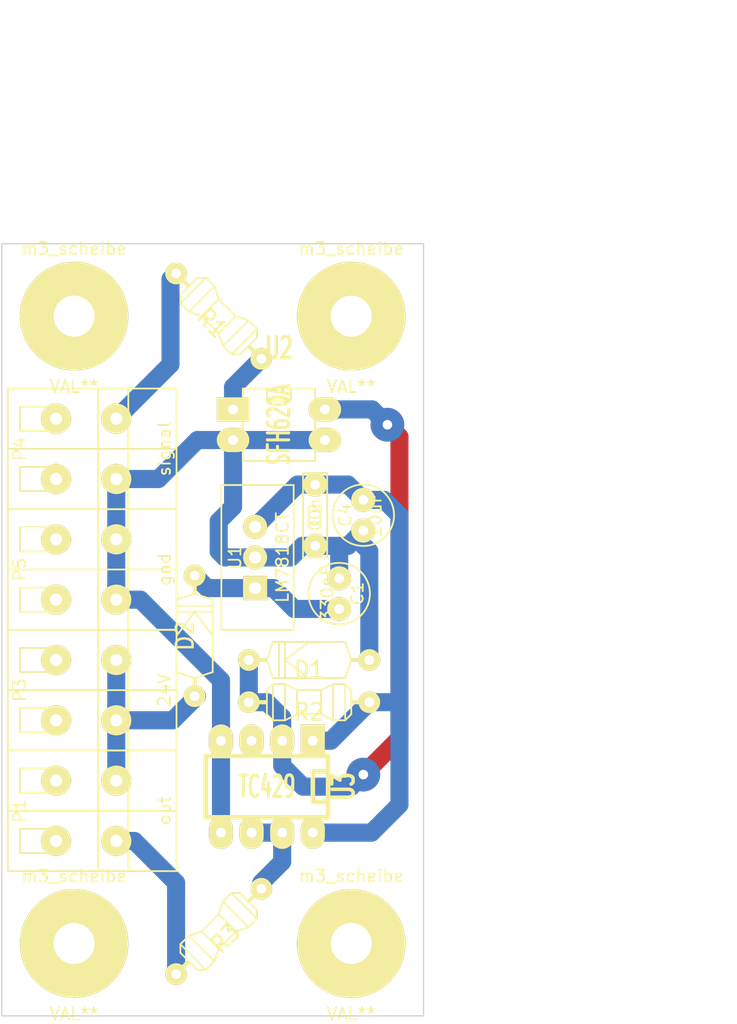
<source format=kicad_pcb>
(kicad_pcb (version 3) (host pcbnew "(2013-may-18)-stable")

  (general
    (links 37)
    (no_connects 8)
    (area 21.869445 15.150001 86.999999 99.917)
    (thickness 1.6)
    (drawings 8)
    (tracks 77)
    (zones 0)
    (modules 19)
    (nets 10)
  )

  (page A3)
  (layers
    (15 F.Cu signal)
    (0 B.Cu signal)
    (16 B.Adhes user)
    (17 F.Adhes user)
    (18 B.Paste user)
    (19 F.Paste user)
    (20 B.SilkS user)
    (21 F.SilkS user)
    (22 B.Mask user)
    (23 F.Mask user)
    (24 Dwgs.User user)
    (25 Cmts.User user)
    (26 Eco1.User user)
    (27 Eco2.User user)
    (28 Edge.Cuts user)
  )

  (setup
    (last_trace_width 1.5)
    (trace_clearance 0.5)
    (zone_clearance 1)
    (zone_45_only no)
    (trace_min 0.254)
    (segment_width 0.2)
    (edge_width 0.1)
    (via_size 2.8)
    (via_drill 0.8)
    (via_min_size 0.889)
    (via_min_drill 0.508)
    (uvia_size 0.508)
    (uvia_drill 0.127)
    (uvias_allowed no)
    (uvia_min_size 0.508)
    (uvia_min_drill 0.127)
    (pcb_text_width 0.3)
    (pcb_text_size 1.5 1.5)
    (mod_edge_width 0.15)
    (mod_text_size 1 1)
    (mod_text_width 0.15)
    (pad_size 2.5 2.5)
    (pad_drill 1)
    (pad_to_mask_clearance 0)
    (aux_axis_origin 0 0)
    (visible_elements FFFFFFBF)
    (pcbplotparams
      (layerselection 268435457)
      (usegerberextensions true)
      (excludeedgelayer true)
      (linewidth 0.150000)
      (plotframeref false)
      (viasonmask false)
      (mode 1)
      (useauxorigin false)
      (hpglpennumber 1)
      (hpglpenspeed 20)
      (hpglpendiameter 15)
      (hpglpenoverlay 2)
      (psnegative false)
      (psa4output false)
      (plotreference true)
      (plotvalue true)
      (plotothertext true)
      (plotinvisibletext false)
      (padsonsilk false)
      (subtractmaskfromsilk false)
      (outputformat 1)
      (mirror false)
      (drillshape 0)
      (scaleselection 1)
      (outputdirectory ""))
  )

  (net 0 "")
  (net 1 +24V)
  (net 2 GND)
  (net 3 N-000001)
  (net 4 N-0000010)
  (net 5 N-000003)
  (net 6 N-000005)
  (net 7 N-000006)
  (net 8 N-000008)
  (net 9 VDD)

  (net_class Default "This is the default net class."
    (clearance 0.5)
    (trace_width 1.5)
    (via_dia 2.8)
    (via_drill 0.8)
    (uvia_dia 0.508)
    (uvia_drill 0.127)
    (add_net "")
    (add_net +24V)
    (add_net GND)
    (add_net N-000001)
    (add_net N-0000010)
    (add_net N-000003)
    (add_net N-000005)
    (add_net N-000006)
    (add_net N-000008)
    (add_net VDD)
  )

  (module R10_big (layer F.Cu) (tedit 54E23B9A) (tstamp 5560905C)
    (at 25.5 38 180)
    (tags R)
    (path /55301227)
    (autoplace_cost180 10)
    (fp_text reference R2 (at 0 -0.8 180) (layer F.SilkS)
      (effects (font (size 1.397 1.27) (thickness 0.2032)))
    )
    (fp_text value 4k7 (at 0 0.8 180) (layer F.SilkS) hide
      (effects (font (size 1.397 1.27) (thickness 0.2032)))
    )
    (fp_line (start -3.5 0) (end -5 0) (layer F.SilkS) (width 0.15))
    (fp_line (start -3.5 -0.1) (end -5 -0.1) (layer F.SilkS) (width 0.15))
    (fp_line (start -5 -0.1) (end -5 0.1) (layer F.SilkS) (width 0.15))
    (fp_line (start -5 0.1) (end -3.5 0.1) (layer F.SilkS) (width 0.15))
    (fp_line (start 3.5 0) (end 5 0) (layer F.SilkS) (width 0.15))
    (fp_line (start 3.5 -0.1) (end 5 -0.1) (layer F.SilkS) (width 0.15))
    (fp_line (start 5 -0.1) (end 5 0.1) (layer F.SilkS) (width 0.15))
    (fp_line (start 5 0.1) (end 3.5 0.1) (layer F.SilkS) (width 0.15))
    (fp_line (start -1 -1) (end -1 1) (layer F.SilkS) (width 0.15))
    (fp_line (start -2 -1.5) (end -2 1.5) (layer F.SilkS) (width 0.15))
    (fp_line (start 1 -1) (end 1 1) (layer F.SilkS) (width 0.15))
    (fp_line (start 2 -1.5) (end 2 1.5) (layer F.SilkS) (width 0.15))
    (fp_line (start 3 1.5) (end 2 1.5) (layer F.SilkS) (width 0.15))
    (fp_line (start 2 1.5) (end 1 1) (layer F.SilkS) (width 0.15))
    (fp_line (start 1 1) (end -1 1) (layer F.SilkS) (width 0.15))
    (fp_line (start -1 1) (end -2 1.5) (layer F.SilkS) (width 0.15))
    (fp_line (start -2 1.5) (end -3 1.5) (layer F.SilkS) (width 0.15))
    (fp_line (start -3 -1.5) (end -2 -1.5) (layer F.SilkS) (width 0.15))
    (fp_line (start -2 -1.5) (end -1 -1) (layer F.SilkS) (width 0.15))
    (fp_line (start -1 -1) (end 1 -1) (layer F.SilkS) (width 0.15))
    (fp_line (start 1 -1) (end 2 -1.5) (layer F.SilkS) (width 0.15))
    (fp_line (start 2 -1.5) (end 3 -1.5) (layer F.SilkS) (width 0.15))
    (fp_line (start 3 1.5) (end 3.5 1) (layer F.SilkS) (width 0.15))
    (fp_line (start 3.5 1) (end 3.5 -1) (layer F.SilkS) (width 0.15))
    (fp_line (start 3.5 -1) (end 3 -1.5) (layer F.SilkS) (width 0.15))
    (fp_line (start 3 -1.5) (end 3 1.5) (layer F.SilkS) (width 0.15))
    (fp_line (start -3 1.5) (end -3 -1.5) (layer F.SilkS) (width 0.15))
    (fp_line (start -3 -1.5) (end -3.5 -1) (layer F.SilkS) (width 0.15))
    (fp_line (start -3.5 -1) (end -3.5 1) (layer F.SilkS) (width 0.15))
    (fp_line (start -3.5 1) (end -3 1.5) (layer F.SilkS) (width 0.15))
    (pad 1 thru_hole circle (at -5 0 180) (size 1.8 1.8) (drill 0.8)
      (layers *.Cu *.Mask F.SilkS)
      (net 9 VDD)
    )
    (pad 2 thru_hole circle (at 5 0 180) (size 1.8 1.8) (drill 0.8)
      (layers *.Cu *.Mask F.SilkS)
      (net 8 N-000008)
    )
    (model discret/resistor.wrl
      (at (xyz 0 0 0))
      (scale (xyz 0.5 0.5 0.5))
      (rotate (xyz 0 0 0))
    )
  )

  (module R10_big (layer F.Cu) (tedit 54E23B9A) (tstamp 55609080)
    (at 18 6 135)
    (tags R)
    (path /5530139B)
    (autoplace_cost180 10)
    (fp_text reference R1 (at 0 -0.8 135) (layer F.SilkS)
      (effects (font (size 1.397 1.27) (thickness 0.2032)))
    )
    (fp_text value R (at 0 0.8 135) (layer F.SilkS) hide
      (effects (font (size 1.397 1.27) (thickness 0.2032)))
    )
    (fp_line (start -3.5 0) (end -5 0) (layer F.SilkS) (width 0.15))
    (fp_line (start -3.5 -0.1) (end -5 -0.1) (layer F.SilkS) (width 0.15))
    (fp_line (start -5 -0.1) (end -5 0.1) (layer F.SilkS) (width 0.15))
    (fp_line (start -5 0.1) (end -3.5 0.1) (layer F.SilkS) (width 0.15))
    (fp_line (start 3.5 0) (end 5 0) (layer F.SilkS) (width 0.15))
    (fp_line (start 3.5 -0.1) (end 5 -0.1) (layer F.SilkS) (width 0.15))
    (fp_line (start 5 -0.1) (end 5 0.1) (layer F.SilkS) (width 0.15))
    (fp_line (start 5 0.1) (end 3.5 0.1) (layer F.SilkS) (width 0.15))
    (fp_line (start -1 -1) (end -1 1) (layer F.SilkS) (width 0.15))
    (fp_line (start -2 -1.5) (end -2 1.5) (layer F.SilkS) (width 0.15))
    (fp_line (start 1 -1) (end 1 1) (layer F.SilkS) (width 0.15))
    (fp_line (start 2 -1.5) (end 2 1.5) (layer F.SilkS) (width 0.15))
    (fp_line (start 3 1.5) (end 2 1.5) (layer F.SilkS) (width 0.15))
    (fp_line (start 2 1.5) (end 1 1) (layer F.SilkS) (width 0.15))
    (fp_line (start 1 1) (end -1 1) (layer F.SilkS) (width 0.15))
    (fp_line (start -1 1) (end -2 1.5) (layer F.SilkS) (width 0.15))
    (fp_line (start -2 1.5) (end -3 1.5) (layer F.SilkS) (width 0.15))
    (fp_line (start -3 -1.5) (end -2 -1.5) (layer F.SilkS) (width 0.15))
    (fp_line (start -2 -1.5) (end -1 -1) (layer F.SilkS) (width 0.15))
    (fp_line (start -1 -1) (end 1 -1) (layer F.SilkS) (width 0.15))
    (fp_line (start 1 -1) (end 2 -1.5) (layer F.SilkS) (width 0.15))
    (fp_line (start 2 -1.5) (end 3 -1.5) (layer F.SilkS) (width 0.15))
    (fp_line (start 3 1.5) (end 3.5 1) (layer F.SilkS) (width 0.15))
    (fp_line (start 3.5 1) (end 3.5 -1) (layer F.SilkS) (width 0.15))
    (fp_line (start 3.5 -1) (end 3 -1.5) (layer F.SilkS) (width 0.15))
    (fp_line (start 3 -1.5) (end 3 1.5) (layer F.SilkS) (width 0.15))
    (fp_line (start -3 1.5) (end -3 -1.5) (layer F.SilkS) (width 0.15))
    (fp_line (start -3 -1.5) (end -3.5 -1) (layer F.SilkS) (width 0.15))
    (fp_line (start -3.5 -1) (end -3.5 1) (layer F.SilkS) (width 0.15))
    (fp_line (start -3.5 1) (end -3 1.5) (layer F.SilkS) (width 0.15))
    (pad 1 thru_hole circle (at -5 0 135) (size 1.8 1.8) (drill 0.8)
      (layers *.Cu *.Mask F.SilkS)
      (net 4 N-0000010)
    )
    (pad 2 thru_hole circle (at 5 0 135) (size 1.8 1.8) (drill 0.8)
      (layers *.Cu *.Mask F.SilkS)
      (net 3 N-000001)
    )
    (model discret/resistor.wrl
      (at (xyz 0 0 0))
      (scale (xyz 0.5 0.5 0.5))
      (rotate (xyz 0 0 0))
    )
  )

  (module R10_big (layer F.Cu) (tedit 54E23B9A) (tstamp 556090A4)
    (at 18 57 225)
    (tags R)
    (path /5530BEDA)
    (autoplace_cost180 10)
    (fp_text reference R3 (at 0 -0.8 225) (layer F.SilkS)
      (effects (font (size 1.397 1.27) (thickness 0.2032)))
    )
    (fp_text value 0 (at 0 0.8 225) (layer F.SilkS) hide
      (effects (font (size 1.397 1.27) (thickness 0.2032)))
    )
    (fp_line (start -3.5 0) (end -5 0) (layer F.SilkS) (width 0.15))
    (fp_line (start -3.5 -0.1) (end -5 -0.1) (layer F.SilkS) (width 0.15))
    (fp_line (start -5 -0.1) (end -5 0.1) (layer F.SilkS) (width 0.15))
    (fp_line (start -5 0.1) (end -3.5 0.1) (layer F.SilkS) (width 0.15))
    (fp_line (start 3.5 0) (end 5 0) (layer F.SilkS) (width 0.15))
    (fp_line (start 3.5 -0.1) (end 5 -0.1) (layer F.SilkS) (width 0.15))
    (fp_line (start 5 -0.1) (end 5 0.1) (layer F.SilkS) (width 0.15))
    (fp_line (start 5 0.1) (end 3.5 0.1) (layer F.SilkS) (width 0.15))
    (fp_line (start -1 -1) (end -1 1) (layer F.SilkS) (width 0.15))
    (fp_line (start -2 -1.5) (end -2 1.5) (layer F.SilkS) (width 0.15))
    (fp_line (start 1 -1) (end 1 1) (layer F.SilkS) (width 0.15))
    (fp_line (start 2 -1.5) (end 2 1.5) (layer F.SilkS) (width 0.15))
    (fp_line (start 3 1.5) (end 2 1.5) (layer F.SilkS) (width 0.15))
    (fp_line (start 2 1.5) (end 1 1) (layer F.SilkS) (width 0.15))
    (fp_line (start 1 1) (end -1 1) (layer F.SilkS) (width 0.15))
    (fp_line (start -1 1) (end -2 1.5) (layer F.SilkS) (width 0.15))
    (fp_line (start -2 1.5) (end -3 1.5) (layer F.SilkS) (width 0.15))
    (fp_line (start -3 -1.5) (end -2 -1.5) (layer F.SilkS) (width 0.15))
    (fp_line (start -2 -1.5) (end -1 -1) (layer F.SilkS) (width 0.15))
    (fp_line (start -1 -1) (end 1 -1) (layer F.SilkS) (width 0.15))
    (fp_line (start 1 -1) (end 2 -1.5) (layer F.SilkS) (width 0.15))
    (fp_line (start 2 -1.5) (end 3 -1.5) (layer F.SilkS) (width 0.15))
    (fp_line (start 3 1.5) (end 3.5 1) (layer F.SilkS) (width 0.15))
    (fp_line (start 3.5 1) (end 3.5 -1) (layer F.SilkS) (width 0.15))
    (fp_line (start 3.5 -1) (end 3 -1.5) (layer F.SilkS) (width 0.15))
    (fp_line (start 3 -1.5) (end 3 1.5) (layer F.SilkS) (width 0.15))
    (fp_line (start -3 1.5) (end -3 -1.5) (layer F.SilkS) (width 0.15))
    (fp_line (start -3 -1.5) (end -3.5 -1) (layer F.SilkS) (width 0.15))
    (fp_line (start -3.5 -1) (end -3.5 1) (layer F.SilkS) (width 0.15))
    (fp_line (start -3.5 1) (end -3 1.5) (layer F.SilkS) (width 0.15))
    (pad 1 thru_hole circle (at -5 0 225) (size 1.8 1.8) (drill 0.8)
      (layers *.Cu *.Mask F.SilkS)
      (net 6 N-000005)
    )
    (pad 2 thru_hole circle (at 5 0 225) (size 1.8 1.8) (drill 0.8)
      (layers *.Cu *.Mask F.SilkS)
      (net 5 N-000003)
    )
    (model discret/resistor.wrl
      (at (xyz 0 0 0))
      (scale (xyz 0.5 0.5 0.5))
      (rotate (xyz 0 0 0))
    )
  )

  (module DIP-8__300_big (layer F.Cu) (tedit 554C700F) (tstamp 556090C7)
    (at 22 45 180)
    (descr "8 pins DIL package, elliptical pads")
    (tags DIL)
    (path /55301172)
    (fp_text reference U3 (at -6.35 0 270) (layer F.SilkS)
      (effects (font (size 1.778 1.143) (thickness 0.3048)))
    )
    (fp_text value TC429 (at 0 0 180) (layer F.SilkS)
      (effects (font (size 1.778 1.016) (thickness 0.254)))
    )
    (fp_line (start -5.08 -1.27) (end -3.81 -1.27) (layer F.SilkS) (width 0.381))
    (fp_line (start -3.81 -1.27) (end -3.81 1.27) (layer F.SilkS) (width 0.381))
    (fp_line (start -3.81 1.27) (end -5.08 1.27) (layer F.SilkS) (width 0.381))
    (fp_line (start -5.08 -2.54) (end 5.08 -2.54) (layer F.SilkS) (width 0.381))
    (fp_line (start 5.08 -2.54) (end 5.08 2.54) (layer F.SilkS) (width 0.381))
    (fp_line (start 5.08 2.54) (end -5.08 2.54) (layer F.SilkS) (width 0.381))
    (fp_line (start -5.08 2.54) (end -5.08 -2.54) (layer F.SilkS) (width 0.381))
    (pad 1 thru_hole rect (at -3.81 3.81 180) (size 2 2.7) (drill 0.8128)
      (layers *.Cu *.Mask F.SilkS)
      (net 9 VDD)
    )
    (pad 2 thru_hole oval (at -1.27 3.81 180) (size 2 2.7) (drill 0.8128)
      (layers *.Cu *.Mask F.SilkS)
      (net 8 N-000008)
    )
    (pad 3 thru_hole oval (at 1.27 3.81 180) (size 2 2.7) (drill 0.8128)
      (layers *.Cu *.Mask F.SilkS)
    )
    (pad 4 thru_hole oval (at 3.81 3.81 180) (size 2 2.7) (drill 0.8128)
      (layers *.Cu *.Mask F.SilkS)
      (net 2 GND)
    )
    (pad 5 thru_hole oval (at 3.81 -3.81 180) (size 2 2.7) (drill 0.8128)
      (layers *.Cu *.Mask F.SilkS)
      (net 2 GND)
    )
    (pad 6 thru_hole oval (at 1.27 -3.81 180) (size 2 2.7) (drill 0.8128)
      (layers *.Cu *.Mask F.SilkS)
      (net 6 N-000005)
    )
    (pad 7 thru_hole oval (at -1.27 -3.81 180) (size 2 2.7) (drill 0.8128)
      (layers *.Cu *.Mask F.SilkS)
      (net 6 N-000005)
    )
    (pad 8 thru_hole oval (at -3.81 -3.81 180) (size 2 2.7) (drill 0.8128)
      (layers *.Cu *.Mask F.SilkS)
      (net 9 VDD)
    )
    (model dil/dil_8.wrl
      (at (xyz 0 0 0))
      (scale (xyz 1 1 1))
      (rotate (xyz 0 0 0))
    )
  )

  (module DIP-4__300_big (layer F.Cu) (tedit 554C70E2) (tstamp 556090D6)
    (at 23 15 270)
    (descr "8 pins DIL package, elliptical pads")
    (tags DIL)
    (path /55301181)
    (fp_text reference U2 (at -6.35 0 360) (layer F.SilkS)
      (effects (font (size 1.778 1.143) (thickness 0.3048)))
    )
    (fp_text value SFH620A (at 0 0 270) (layer F.SilkS)
      (effects (font (size 1.778 1.016) (thickness 0.254)))
    )
    (fp_line (start -3 -1) (end -2 -1) (layer F.SilkS) (width 0.15))
    (fp_line (start -2 -1) (end -2 1) (layer F.SilkS) (width 0.15))
    (fp_line (start -2 1) (end -3 1) (layer F.SilkS) (width 0.15))
    (fp_line (start 3 -3) (end -3 -3) (layer F.SilkS) (width 0.15))
    (fp_line (start -3 -3) (end -3 3) (layer F.SilkS) (width 0.15))
    (fp_line (start -3 3) (end 3 3) (layer F.SilkS) (width 0.15))
    (fp_line (start 3 3) (end 3 -3) (layer F.SilkS) (width 0.15))
    (pad 1 thru_hole rect (at -1.27 3.81 270) (size 2 2.7) (drill 0.8128)
      (layers *.Cu *.Mask F.SilkS)
      (net 4 N-0000010)
    )
    (pad 2 thru_hole oval (at 1.27 3.81 270) (size 2 2.7) (drill 0.8128)
      (layers *.Cu *.Mask F.SilkS)
      (net 2 GND)
    )
    (pad 3 thru_hole oval (at 1.27 -3.81 270) (size 2 2.7) (drill 0.8128)
      (layers *.Cu *.Mask F.SilkS)
      (net 2 GND)
    )
    (pad 4 thru_hole oval (at -1.27 -3.81 270) (size 2 2.7) (drill 0.8128)
      (layers *.Cu *.Mask F.SilkS)
      (net 8 N-000008)
    )
    (model dil/dil_8.wrl
      (at (xyz 0 0 0))
      (scale (xyz 1 1 1))
      (rotate (xyz 0 0 0))
    )
  )

  (module C_rund (layer F.Cu) (tedit 55545E64) (tstamp 556090DD)
    (at 30 22.5 270)
    (path /5530155F)
    (fp_text reference C4 (at 0 1.5 270) (layer F.SilkS)
      (effects (font (size 1 1) (thickness 0.15)))
    )
    (fp_text value 10uF (at 0 -1 270) (layer F.SilkS)
      (effects (font (size 1 1) (thickness 0.15)))
    )
    (fp_circle (center 0 0) (end 2.5 0.5) (layer F.SilkS) (width 0.15))
    (pad 1 thru_hole circle (at -1.27 0 270) (size 2 2) (drill 0.8)
      (layers *.Cu *.Mask F.SilkS)
      (net 9 VDD)
    )
    (pad 2 thru_hole circle (at 1.27 0 270) (size 2 2) (drill 0.8)
      (layers *.Cu *.Mask F.SilkS)
      (net 2 GND)
    )
  )

  (module C_rund (layer F.Cu) (tedit 55545E64) (tstamp 556090E4)
    (at 28 29 90)
    (path /554C6DB1)
    (fp_text reference C1 (at 0 1.5 90) (layer F.SilkS)
      (effects (font (size 1 1) (thickness 0.15)))
    )
    (fp_text value 330nF (at 0 -1 90) (layer F.SilkS)
      (effects (font (size 1 1) (thickness 0.15)))
    )
    (fp_circle (center 0 0) (end 2.5 0.5) (layer F.SilkS) (width 0.15))
    (pad 1 thru_hole circle (at -1.27 0 90) (size 2 2) (drill 0.8)
      (layers *.Cu *.Mask F.SilkS)
      (net 7 N-000006)
    )
    (pad 2 thru_hole circle (at 1.27 0 90) (size 2 2) (drill 0.8)
      (layers *.Cu *.Mask F.SilkS)
      (net 2 GND)
    )
  )

  (module C_eckig (layer F.Cu) (tedit 55545EF4) (tstamp 556090F8)
    (at 26 22.5 270)
    (path /554C6DB7)
    (fp_text reference C2 (at 0 0 270) (layer F.SilkS)
      (effects (font (size 1 1) (thickness 0.15)))
    )
    (fp_text value 100nF (at 0 0 270) (layer F.SilkS)
      (effects (font (size 1 1) (thickness 0.15)))
    )
    (fp_line (start -3.5 -1) (end 3.5 -1) (layer F.SilkS) (width 0.15))
    (fp_line (start 3.5 -1) (end 3.5 1) (layer F.SilkS) (width 0.15))
    (fp_line (start 3.5 1) (end -3.5 1) (layer F.SilkS) (width 0.15))
    (fp_line (start -3.5 1) (end -3.5 -1) (layer F.SilkS) (width 0.15))
    (pad 1 thru_hole circle (at -2.54 0 270) (size 2 2) (drill 0.8)
      (layers *.Cu *.Mask F.SilkS)
      (net 9 VDD)
    )
    (pad 2 thru_hole circle (at 2.54 0 270) (size 2 2) (drill 0.8)
      (layers *.Cu *.Mask F.SilkS)
      (net 2 GND)
    )
  )

  (module m3_scheibe (layer F.Cu) (tedit 535C09A9) (tstamp 55614D48)
    (at 29 6)
    (fp_text reference m3_scheibe (at 0 -5.588) (layer F.SilkS)
      (effects (font (size 1 1) (thickness 0.15)))
    )
    (fp_text value VAL** (at 0 5.842) (layer F.SilkS)
      (effects (font (size 1 1) (thickness 0.15)))
    )
    (pad 1 thru_hole circle (at 0 0) (size 9 9) (drill 3.4)
      (layers *.Cu *.Mask F.SilkS)
      (clearance 1)
    )
  )

  (module m3_scheibe (layer F.Cu) (tedit 535C09A9) (tstamp 55614D51)
    (at 6 58)
    (fp_text reference m3_scheibe (at 0 -5.588) (layer F.SilkS)
      (effects (font (size 1 1) (thickness 0.15)))
    )
    (fp_text value VAL** (at 0 5.842) (layer F.SilkS)
      (effects (font (size 1 1) (thickness 0.15)))
    )
    (pad 1 thru_hole circle (at 0 0) (size 9 9) (drill 3.4)
      (layers *.Cu *.Mask F.SilkS)
      (clearance 1)
    )
  )

  (module m3_scheibe (layer F.Cu) (tedit 535C09A9) (tstamp 55614D5A)
    (at 29 58)
    (fp_text reference m3_scheibe (at 0 -5.588) (layer F.SilkS)
      (effects (font (size 1 1) (thickness 0.15)))
    )
    (fp_text value VAL** (at 0 5.842) (layer F.SilkS)
      (effects (font (size 1 1) (thickness 0.15)))
    )
    (pad 1 thru_hole circle (at 0 0) (size 9 9) (drill 3.4)
      (layers *.Cu *.Mask F.SilkS)
      (clearance 1)
    )
  )

  (module m3_scheibe (layer F.Cu) (tedit 535C09A9) (tstamp 55614D63)
    (at 6 6)
    (fp_text reference m3_scheibe (at 0 -5.588) (layer F.SilkS)
      (effects (font (size 1 1) (thickness 0.15)))
    )
    (fp_text value VAL** (at 0 5.842) (layer F.SilkS)
      (effects (font (size 1 1) (thickness 0.15)))
    )
    (pad 1 thru_hole circle (at 0 0) (size 9 9) (drill 3.4)
      (layers *.Cu *.Mask F.SilkS)
      (clearance 1)
    )
  )

  (module wago_klemme_2pol (layer F.Cu) (tedit 55608E12) (tstamp 55614DF5)
    (at 7 37 270)
    (path /55544DE8)
    (fp_text reference P3 (at 0 5.5 270) (layer F.SilkS)
      (effects (font (size 1 1) (thickness 0.15)))
    )
    (fp_text value 24V (at 0 -6.5 270) (layer F.SilkS)
      (effects (font (size 1 1) (thickness 0.15)))
    )
    (fp_line (start 5 -3.5) (end -5 -3.5) (layer F.SilkS) (width 0.15))
    (fp_line (start -5 -1) (end 5 -1) (layer F.SilkS) (width 0.15))
    (fp_line (start 1.5 5.5) (end 1.5 3) (layer F.SilkS) (width 0.15))
    (fp_line (start 1.5 3) (end 3.5 3) (layer F.SilkS) (width 0.15))
    (fp_line (start 3.5 3) (end 3.5 5.5) (layer F.SilkS) (width 0.15))
    (fp_line (start 3.5 5.5) (end 1.5 5.5) (layer F.SilkS) (width 0.15))
    (fp_line (start -3.5 5.5) (end -1.5 5.5) (layer F.SilkS) (width 0.15))
    (fp_line (start -1.5 5.5) (end -1.5 3) (layer F.SilkS) (width 0.15))
    (fp_line (start -1.5 3) (end -3.5 3) (layer F.SilkS) (width 0.15))
    (fp_line (start -3.5 3) (end -3.5 5.5) (layer F.SilkS) (width 0.15))
    (fp_line (start 0 6.5) (end 0 -7.5) (layer F.SilkS) (width 0.15))
    (fp_line (start 5 6.5) (end -5 6.5) (layer F.SilkS) (width 0.15))
    (fp_line (start -5 6.5) (end -5 -7.5) (layer F.SilkS) (width 0.15))
    (fp_line (start -5 -7.5) (end 5 -7.5) (layer F.SilkS) (width 0.15))
    (fp_line (start 5 -7.5) (end 5 6.5) (layer F.SilkS) (width 0.15))
    (pad 1 thru_hole circle (at -2.5 -2.5 270) (size 2.5 2.5) (drill 1)
      (layers *.Cu *.Mask F.SilkS)
      (net 1 +24V)
    )
    (pad 2 thru_hole circle (at 2.5 -2.5 270) (size 2.5 2.5) (drill 1)
      (layers *.Cu *.Mask F.SilkS)
      (net 1 +24V)
    )
    (pad 2 thru_hole circle (at 2.5 2.5 270) (size 2.5 2.5) (drill 1)
      (layers *.Cu *.Mask F.SilkS)
      (net 1 +24V)
    )
    (pad 1 thru_hole circle (at -2.5 2.5 270) (size 2.5 2.5) (drill 1)
      (layers *.Cu *.Mask F.SilkS)
      (net 1 +24V)
    )
  )

  (module wago_klemme_2pol (layer F.Cu) (tedit 55608E12) (tstamp 55614E0C)
    (at 7 17 270)
    (path /55544E99)
    (fp_text reference P4 (at 0 5.5 270) (layer F.SilkS)
      (effects (font (size 1 1) (thickness 0.15)))
    )
    (fp_text value signal (at 0 -6.5 270) (layer F.SilkS)
      (effects (font (size 1 1) (thickness 0.15)))
    )
    (fp_line (start 5 -3.5) (end -5 -3.5) (layer F.SilkS) (width 0.15))
    (fp_line (start -5 -1) (end 5 -1) (layer F.SilkS) (width 0.15))
    (fp_line (start 1.5 5.5) (end 1.5 3) (layer F.SilkS) (width 0.15))
    (fp_line (start 1.5 3) (end 3.5 3) (layer F.SilkS) (width 0.15))
    (fp_line (start 3.5 3) (end 3.5 5.5) (layer F.SilkS) (width 0.15))
    (fp_line (start 3.5 5.5) (end 1.5 5.5) (layer F.SilkS) (width 0.15))
    (fp_line (start -3.5 5.5) (end -1.5 5.5) (layer F.SilkS) (width 0.15))
    (fp_line (start -1.5 5.5) (end -1.5 3) (layer F.SilkS) (width 0.15))
    (fp_line (start -1.5 3) (end -3.5 3) (layer F.SilkS) (width 0.15))
    (fp_line (start -3.5 3) (end -3.5 5.5) (layer F.SilkS) (width 0.15))
    (fp_line (start 0 6.5) (end 0 -7.5) (layer F.SilkS) (width 0.15))
    (fp_line (start 5 6.5) (end -5 6.5) (layer F.SilkS) (width 0.15))
    (fp_line (start -5 6.5) (end -5 -7.5) (layer F.SilkS) (width 0.15))
    (fp_line (start -5 -7.5) (end 5 -7.5) (layer F.SilkS) (width 0.15))
    (fp_line (start 5 -7.5) (end 5 6.5) (layer F.SilkS) (width 0.15))
    (pad 1 thru_hole circle (at -2.5 -2.5 270) (size 2.5 2.5) (drill 1)
      (layers *.Cu *.Mask F.SilkS)
      (net 3 N-000001)
    )
    (pad 2 thru_hole circle (at 2.5 -2.5 270) (size 2.5 2.5) (drill 1)
      (layers *.Cu *.Mask F.SilkS)
      (net 2 GND)
    )
    (pad 2 thru_hole circle (at 2.5 2.5 270) (size 2.5 2.5) (drill 1)
      (layers *.Cu *.Mask F.SilkS)
      (net 2 GND)
    )
    (pad 1 thru_hole circle (at -2.5 2.5 270) (size 2.5 2.5) (drill 1)
      (layers *.Cu *.Mask F.SilkS)
      (net 3 N-000001)
    )
  )

  (module wago_klemme_2pol (layer F.Cu) (tedit 55608E12) (tstamp 55614E23)
    (at 7 27 270)
    (path /55545B24)
    (fp_text reference P5 (at 0 5.5 270) (layer F.SilkS)
      (effects (font (size 1 1) (thickness 0.15)))
    )
    (fp_text value gnd (at 0 -6.5 270) (layer F.SilkS)
      (effects (font (size 1 1) (thickness 0.15)))
    )
    (fp_line (start 5 -3.5) (end -5 -3.5) (layer F.SilkS) (width 0.15))
    (fp_line (start -5 -1) (end 5 -1) (layer F.SilkS) (width 0.15))
    (fp_line (start 1.5 5.5) (end 1.5 3) (layer F.SilkS) (width 0.15))
    (fp_line (start 1.5 3) (end 3.5 3) (layer F.SilkS) (width 0.15))
    (fp_line (start 3.5 3) (end 3.5 5.5) (layer F.SilkS) (width 0.15))
    (fp_line (start 3.5 5.5) (end 1.5 5.5) (layer F.SilkS) (width 0.15))
    (fp_line (start -3.5 5.5) (end -1.5 5.5) (layer F.SilkS) (width 0.15))
    (fp_line (start -1.5 5.5) (end -1.5 3) (layer F.SilkS) (width 0.15))
    (fp_line (start -1.5 3) (end -3.5 3) (layer F.SilkS) (width 0.15))
    (fp_line (start -3.5 3) (end -3.5 5.5) (layer F.SilkS) (width 0.15))
    (fp_line (start 0 6.5) (end 0 -7.5) (layer F.SilkS) (width 0.15))
    (fp_line (start 5 6.5) (end -5 6.5) (layer F.SilkS) (width 0.15))
    (fp_line (start -5 6.5) (end -5 -7.5) (layer F.SilkS) (width 0.15))
    (fp_line (start -5 -7.5) (end 5 -7.5) (layer F.SilkS) (width 0.15))
    (fp_line (start 5 -7.5) (end 5 6.5) (layer F.SilkS) (width 0.15))
    (pad 1 thru_hole circle (at -2.5 -2.5 270) (size 2.5 2.5) (drill 1)
      (layers *.Cu *.Mask F.SilkS)
      (net 2 GND)
    )
    (pad 2 thru_hole circle (at 2.5 -2.5 270) (size 2.5 2.5) (drill 1)
      (layers *.Cu *.Mask F.SilkS)
      (net 2 GND)
    )
    (pad 2 thru_hole circle (at 2.5 2.5 270) (size 2.5 2.5) (drill 1)
      (layers *.Cu *.Mask F.SilkS)
      (net 2 GND)
    )
    (pad 1 thru_hole circle (at -2.5 2.5 270) (size 2.5 2.5) (drill 1)
      (layers *.Cu *.Mask F.SilkS)
      (net 2 GND)
    )
  )

  (module wago_klemme_2pol (layer F.Cu) (tedit 55608E12) (tstamp 55614E3A)
    (at 7 47 270)
    (path /556086FF)
    (fp_text reference P1 (at 0 5.5 270) (layer F.SilkS)
      (effects (font (size 1 1) (thickness 0.15)))
    )
    (fp_text value out (at 0 -6.5 270) (layer F.SilkS)
      (effects (font (size 1 1) (thickness 0.15)))
    )
    (fp_line (start 5 -3.5) (end -5 -3.5) (layer F.SilkS) (width 0.15))
    (fp_line (start -5 -1) (end 5 -1) (layer F.SilkS) (width 0.15))
    (fp_line (start 1.5 5.5) (end 1.5 3) (layer F.SilkS) (width 0.15))
    (fp_line (start 1.5 3) (end 3.5 3) (layer F.SilkS) (width 0.15))
    (fp_line (start 3.5 3) (end 3.5 5.5) (layer F.SilkS) (width 0.15))
    (fp_line (start 3.5 5.5) (end 1.5 5.5) (layer F.SilkS) (width 0.15))
    (fp_line (start -3.5 5.5) (end -1.5 5.5) (layer F.SilkS) (width 0.15))
    (fp_line (start -1.5 5.5) (end -1.5 3) (layer F.SilkS) (width 0.15))
    (fp_line (start -1.5 3) (end -3.5 3) (layer F.SilkS) (width 0.15))
    (fp_line (start -3.5 3) (end -3.5 5.5) (layer F.SilkS) (width 0.15))
    (fp_line (start 0 6.5) (end 0 -7.5) (layer F.SilkS) (width 0.15))
    (fp_line (start 5 6.5) (end -5 6.5) (layer F.SilkS) (width 0.15))
    (fp_line (start -5 6.5) (end -5 -7.5) (layer F.SilkS) (width 0.15))
    (fp_line (start -5 -7.5) (end 5 -7.5) (layer F.SilkS) (width 0.15))
    (fp_line (start 5 -7.5) (end 5 6.5) (layer F.SilkS) (width 0.15))
    (pad 1 thru_hole circle (at -2.5 -2.5 270) (size 2.5 2.5) (drill 1)
      (layers *.Cu *.Mask F.SilkS)
      (net 1 +24V)
    )
    (pad 2 thru_hole circle (at 2.5 -2.5 270) (size 2.5 2.5) (drill 1)
      (layers *.Cu *.Mask F.SilkS)
      (net 5 N-000003)
    )
    (pad 2 thru_hole circle (at 2.5 2.5 270) (size 2.5 2.5) (drill 1)
      (layers *.Cu *.Mask F.SilkS)
      (net 5 N-000003)
    )
    (pad 1 thru_hole circle (at -2.5 2.5 270) (size 2.5 2.5) (drill 1)
      (layers *.Cu *.Mask F.SilkS)
      (net 1 +24V)
    )
  )

  (module lm7805_standing_big (layer F.Cu) (tedit 556091A1) (tstamp 55615047)
    (at 21 26 90)
    (path /55301289)
    (fp_text reference U1 (at 0 -1.651 90) (layer F.SilkS)
      (effects (font (size 1 1) (thickness 0.15)))
    )
    (fp_text value LM7818CT (at 0 2.286 90) (layer F.SilkS)
      (effects (font (size 1 1) (thickness 0.15)))
    )
    (fp_line (start 6 3.22) (end -6 3.22) (layer F.SilkS) (width 0.15))
    (fp_line (start -6 3.22) (end -6 -2.78) (layer F.SilkS) (width 0.15))
    (fp_line (start -6 -2.78) (end 6 -2.78) (layer F.SilkS) (width 0.15))
    (fp_line (start 6 -2.78) (end 6 3.22) (layer F.SilkS) (width 0.15))
    (pad 2 thru_hole oval (at 0 0.02 90) (size 2 2) (drill 1)
      (layers *.Cu *.Mask F.SilkS)
      (net 2 GND)
    )
    (pad 1 thru_hole trapezoid (at -2.54 0.02 90) (size 2 2) (drill 1)
      (layers *.Cu *.Mask F.SilkS)
      (net 7 N-000006)
    )
    (pad 3 thru_hole oval (at 2.54 0.02 90) (size 2 2) (drill 1)
      (layers *.Cu *.Mask F.SilkS)
      (net 9 VDD)
    )
  )

  (module D10_big (layer F.Cu) (tedit 5558760A) (tstamp 5561506A)
    (at 25.5 34.5 180)
    (tags D)
    (path /5530BE66)
    (autoplace_cost180 10)
    (fp_text reference D1 (at 0 -0.8 180) (layer F.SilkS)
      (effects (font (size 1.397 1.27) (thickness 0.2032)))
    )
    (fp_text value DIODE (at 0 0.8 180) (layer F.SilkS) hide
      (effects (font (size 1.397 1.27) (thickness 0.2032)))
    )
    (fp_line (start 0 -1.5) (end 2 0) (layer F.SilkS) (width 0.15))
    (fp_line (start 2 0) (end 0 1.5) (layer F.SilkS) (width 0.15))
    (fp_line (start 2.5 1.5) (end 2.5 -1.5) (layer F.SilkS) (width 0.15))
    (fp_line (start 2 -1.5) (end 2 1.5) (layer F.SilkS) (width 0.15))
    (fp_line (start 3.5 0) (end 3 -1.5) (layer F.SilkS) (width 0.15))
    (fp_line (start 3 -1.5) (end -3 -1.5) (layer F.SilkS) (width 0.15))
    (fp_line (start -3 -1.5) (end -3.5 0) (layer F.SilkS) (width 0.15))
    (fp_line (start -3.5 0) (end -3 1.5) (layer F.SilkS) (width 0.15))
    (fp_line (start -3 1.5) (end 3 1.5) (layer F.SilkS) (width 0.15))
    (fp_line (start 3 1.5) (end 3.5 0) (layer F.SilkS) (width 0.15))
    (fp_line (start -3.5 0) (end -5 0) (layer F.SilkS) (width 0.15))
    (fp_line (start -3.5 -0.1) (end -5 -0.1) (layer F.SilkS) (width 0.15))
    (fp_line (start -5 -0.1) (end -5 0.1) (layer F.SilkS) (width 0.15))
    (fp_line (start -5 0.1) (end -3.5 0.1) (layer F.SilkS) (width 0.15))
    (fp_line (start 3.5 0) (end 5 0) (layer F.SilkS) (width 0.15))
    (fp_line (start 3.5 -0.1) (end 5 -0.1) (layer F.SilkS) (width 0.15))
    (fp_line (start 5 -0.1) (end 5 0.1) (layer F.SilkS) (width 0.15))
    (fp_line (start 5 0.1) (end 3.5 0.1) (layer F.SilkS) (width 0.15))
    (pad 1 thru_hole circle (at -5 0 180) (size 1.8 1.8) (drill 0.8)
      (layers *.Cu *.Mask F.SilkS)
      (net 2 GND)
    )
    (pad 2 thru_hole circle (at 5 0 180) (size 1.8 1.8) (drill 0.8)
      (layers *.Cu *.Mask F.SilkS)
      (net 8 N-000008)
    )
    (model discret/resistor.wrl
      (at (xyz 0 0 0))
      (scale (xyz 0.5 0.5 0.5))
      (rotate (xyz 0 0 0))
    )
  )

  (module D10_big (layer F.Cu) (tedit 5558760A) (tstamp 55615082)
    (at 16 32.5 90)
    (tags D)
    (path /55608EA5)
    (autoplace_cost180 10)
    (fp_text reference D2 (at 0 -0.8 90) (layer F.SilkS)
      (effects (font (size 1.397 1.27) (thickness 0.2032)))
    )
    (fp_text value DIODE (at 0 0.8 90) (layer F.SilkS) hide
      (effects (font (size 1.397 1.27) (thickness 0.2032)))
    )
    (fp_line (start 0 -1.5) (end 2 0) (layer F.SilkS) (width 0.15))
    (fp_line (start 2 0) (end 0 1.5) (layer F.SilkS) (width 0.15))
    (fp_line (start 2.5 1.5) (end 2.5 -1.5) (layer F.SilkS) (width 0.15))
    (fp_line (start 2 -1.5) (end 2 1.5) (layer F.SilkS) (width 0.15))
    (fp_line (start 3.5 0) (end 3 -1.5) (layer F.SilkS) (width 0.15))
    (fp_line (start 3 -1.5) (end -3 -1.5) (layer F.SilkS) (width 0.15))
    (fp_line (start -3 -1.5) (end -3.5 0) (layer F.SilkS) (width 0.15))
    (fp_line (start -3.5 0) (end -3 1.5) (layer F.SilkS) (width 0.15))
    (fp_line (start -3 1.5) (end 3 1.5) (layer F.SilkS) (width 0.15))
    (fp_line (start 3 1.5) (end 3.5 0) (layer F.SilkS) (width 0.15))
    (fp_line (start -3.5 0) (end -5 0) (layer F.SilkS) (width 0.15))
    (fp_line (start -3.5 -0.1) (end -5 -0.1) (layer F.SilkS) (width 0.15))
    (fp_line (start -5 -0.1) (end -5 0.1) (layer F.SilkS) (width 0.15))
    (fp_line (start -5 0.1) (end -3.5 0.1) (layer F.SilkS) (width 0.15))
    (fp_line (start 3.5 0) (end 5 0) (layer F.SilkS) (width 0.15))
    (fp_line (start 3.5 -0.1) (end 5 -0.1) (layer F.SilkS) (width 0.15))
    (fp_line (start 5 -0.1) (end 5 0.1) (layer F.SilkS) (width 0.15))
    (fp_line (start 5 0.1) (end 3.5 0.1) (layer F.SilkS) (width 0.15))
    (pad 1 thru_hole circle (at -5 0 90) (size 1.8 1.8) (drill 0.8)
      (layers *.Cu *.Mask F.SilkS)
      (net 1 +24V)
    )
    (pad 2 thru_hole circle (at 5 0 90) (size 1.8 1.8) (drill 0.8)
      (layers *.Cu *.Mask F.SilkS)
      (net 7 N-000006)
    )
    (model discret/resistor.wrl
      (at (xyz 0 0 0))
      (scale (xyz 0.5 0.5 0.5))
      (rotate (xyz 0 0 0))
    )
  )

  (dimension 52 (width 0.3) (layer Cmts.User)
    (gr_text "52.000 mm" (at 47.349999 32.000001 270) (layer Cmts.User)
      (effects (font (size 1.5 1.5) (thickness 0.3)))
    )
    (feature1 (pts (xy 29 58) (xy 48.699999 58.000001)))
    (feature2 (pts (xy 29 6) (xy 48.699999 6.000001)))
    (crossbar (pts (xy 45.999999 6.000001) (xy 45.999999 58.000001)))
    (arrow1a (pts (xy 45.999999 58.000001) (xy 45.413579 56.873498)))
    (arrow1b (pts (xy 45.999999 58.000001) (xy 46.586419 56.873498)))
    (arrow2a (pts (xy 45.999999 6.000001) (xy 45.413579 7.126504)))
    (arrow2b (pts (xy 45.999999 6.000001) (xy 46.586419 7.126504)))
  )
  (dimension 23 (width 0.3) (layer Cmts.User)
    (gr_text "23.000 mm" (at 17.5 -10.349999) (layer Cmts.User)
      (effects (font (size 1.5 1.5) (thickness 0.3)))
    )
    (feature1 (pts (xy 29 6) (xy 29 -11.699999)))
    (feature2 (pts (xy 6 6) (xy 6 -11.699999)))
    (crossbar (pts (xy 6 -8.999999) (xy 29 -8.999999)))
    (arrow1a (pts (xy 29 -8.999999) (xy 27.873497 -8.413579)))
    (arrow1b (pts (xy 29 -8.999999) (xy 27.873497 -9.586419)))
    (arrow2a (pts (xy 6 -8.999999) (xy 7.126503 -8.413579)))
    (arrow2b (pts (xy 6 -8.999999) (xy 7.126503 -9.586419)))
  )
  (dimension 35 (width 0.3) (layer Cmts.User)
    (gr_text "35.000 mm" (at 17.5 -18.349999) (layer Cmts.User)
      (effects (font (size 1.5 1.5) (thickness 0.3)))
    )
    (feature1 (pts (xy 0 0) (xy 0 -19.699999)))
    (feature2 (pts (xy 35 0) (xy 35 -19.699999)))
    (crossbar (pts (xy 35 -16.999999) (xy 0 -16.999999)))
    (arrow1a (pts (xy 0 -16.999999) (xy 1.126503 -17.586419)))
    (arrow1b (pts (xy 0 -16.999999) (xy 1.126503 -16.413579)))
    (arrow2a (pts (xy 35 -16.999999) (xy 33.873497 -17.586419)))
    (arrow2b (pts (xy 35 -16.999999) (xy 33.873497 -16.413579)))
  )
  (dimension 64 (width 0.3) (layer Cmts.User)
    (gr_text "64.000 mm" (at 58.349999 32.000001 270) (layer Cmts.User)
      (effects (font (size 1.5 1.5) (thickness 0.3)))
    )
    (feature1 (pts (xy 35 64) (xy 59.699999 64.000001)))
    (feature2 (pts (xy 35 0) (xy 59.699999 0.000001)))
    (crossbar (pts (xy 56.999999 0.000001) (xy 56.999999 64.000001)))
    (arrow1a (pts (xy 56.999999 64.000001) (xy 56.413579 62.873498)))
    (arrow1b (pts (xy 56.999999 64.000001) (xy 57.586419 62.873498)))
    (arrow2a (pts (xy 56.999999 0.000001) (xy 56.413579 1.126504)))
    (arrow2b (pts (xy 56.999999 0.000001) (xy 57.586419 1.126504)))
  )
  (gr_line (start 0 64) (end 0 0) (angle 90) (layer Edge.Cuts) (width 0.1))
  (gr_line (start 35 64) (end 0 64) (angle 90) (layer Edge.Cuts) (width 0.1))
  (gr_line (start 35 0) (end 35 64) (angle 90) (layer Edge.Cuts) (width 0.1))
  (gr_line (start 0 0) (end 35 0) (angle 90) (layer Edge.Cuts) (width 0.1))

  (segment (start 9.5 39.5) (end 14.189998 39.5) (width 1.5) (layer B.Cu) (net 1))
  (segment (start 16.189998 37.5) (end 16 37.5) (width 1.5) (layer B.Cu) (net 1) (tstamp 556157AE))
  (segment (start 14.189998 39.5) (end 16.189998 37.5) (width 1.5) (layer B.Cu) (net 1) (tstamp 556157AC))
  (segment (start 9.5 39.5) (end 9.5 44.5) (width 1.5) (layer B.Cu) (net 1))
  (segment (start 9.5 39.5) (end 9.5 34.5) (width 1.5) (layer B.Cu) (net 1))
  (segment (start 18.19 41.19) (end 18.19 36.19) (width 1.5) (layer B.Cu) (net 2))
  (segment (start 11.5 29.5) (end 9.5 29.5) (width 1.5) (layer B.Cu) (net 2) (tstamp 556157A8))
  (segment (start 18.19 36.19) (end 11.5 29.5) (width 1.5) (layer B.Cu) (net 2) (tstamp 556157A7))
  (segment (start 18.19 41.19) (end 18.19 48.81) (width 1.5) (layer B.Cu) (net 2))
  (segment (start 30.5 34.5) (end 30.5 25.5) (width 1.5) (layer B.Cu) (net 2))
  (segment (start 29.385 24.385) (end 30 23.77) (width 1.5) (layer B.Cu) (net 2) (tstamp 5561573B))
  (segment (start 30.5 25.5) (end 29.385 24.385) (width 1.5) (layer B.Cu) (net 2) (tstamp 55615739))
  (segment (start 21.02 26) (end 18.5 26) (width 1.5) (layer B.Cu) (net 2))
  (segment (start 19.19 21.81) (end 19.19 16.27) (width 1.5) (layer B.Cu) (net 2) (tstamp 55615723))
  (segment (start 18 23) (end 19.19 21.81) (width 1.5) (layer B.Cu) (net 2) (tstamp 55615722))
  (segment (start 18 25.5) (end 18 23) (width 1.5) (layer B.Cu) (net 2) (tstamp 55615721))
  (segment (start 18.5 26) (end 18 25.5) (width 1.5) (layer B.Cu) (net 2) (tstamp 55615720))
  (segment (start 28 27.73) (end 28 25.04) (width 1.5) (layer B.Cu) (net 2))
  (segment (start 28 25.04) (end 28.73 25.04) (width 1.5) (layer B.Cu) (net 2) (tstamp 556156FD))
  (segment (start 26 25.04) (end 28.73 25.04) (width 1.5) (layer B.Cu) (net 2))
  (segment (start 28.73 25.04) (end 30 23.77) (width 1.5) (layer B.Cu) (net 2) (tstamp 556156F6))
  (segment (start 26 25.04) (end 24.96 25.04) (width 1.5) (layer B.Cu) (net 2))
  (segment (start 24 26) (end 21.02 26) (width 1.5) (layer B.Cu) (net 2) (tstamp 556156F3))
  (segment (start 24.96 25.04) (end 24 26) (width 1.5) (layer B.Cu) (net 2) (tstamp 556156F2))
  (segment (start 19.19 16.27) (end 26.81 16.27) (width 1.5) (layer B.Cu) (net 2))
  (segment (start 9.5 19.5) (end 13 19.5) (width 1.5) (layer B.Cu) (net 2))
  (segment (start 13 19.5) (end 16.23 16.27) (width 1.5) (layer B.Cu) (net 2) (tstamp 556156DC))
  (segment (start 16.23 16.27) (end 19.19 16.27) (width 1.5) (layer B.Cu) (net 2) (tstamp 556156DD))
  (segment (start 9.5 24.5) (end 9.5 29.5) (width 1.5) (layer B.Cu) (net 2))
  (segment (start 9.5 19.5) (end 9.5 24.5) (width 1.5) (layer B.Cu) (net 2))
  (segment (start 9.5 14.5) (end 14 10) (width 1.5) (layer B.Cu) (net 3))
  (segment (start 14 2.928932) (end 14.464466 2.464466) (width 1.5) (layer B.Cu) (net 3) (tstamp 55615760))
  (segment (start 14 10) (end 14 2.928932) (width 1.5) (layer B.Cu) (net 3) (tstamp 5561575F))
  (segment (start 19.19 13.73) (end 19.19 11.881068) (width 1.5) (layer B.Cu) (net 4))
  (segment (start 19.19 11.881068) (end 21.535534 9.535534) (width 1.5) (layer B.Cu) (net 4) (tstamp 556157B8))
  (segment (start 14.464466 60.535534) (end 14.464466 52.964466) (width 1.5) (layer B.Cu) (net 5))
  (segment (start 11 49.5) (end 9.5 49.5) (width 1.5) (layer B.Cu) (net 5) (tstamp 5561574C))
  (segment (start 14.464466 52.964466) (end 11 49.5) (width 1.5) (layer B.Cu) (net 5) (tstamp 5561574B))
  (segment (start 23.27 48.81) (end 23.27 51.23) (width 1.5) (layer B.Cu) (net 6))
  (segment (start 21.535534 52.964466) (end 21.535534 53.464466) (width 1.5) (layer B.Cu) (net 6) (tstamp 55615748))
  (segment (start 23.27 51.23) (end 21.535534 52.964466) (width 1.5) (layer B.Cu) (net 6) (tstamp 55615747))
  (segment (start 20.73 48.81) (end 23.27 48.81) (width 1.5) (layer B.Cu) (net 6))
  (segment (start 21.02 28.54) (end 17.04 28.54) (width 1.5) (layer B.Cu) (net 7))
  (segment (start 17.04 28.54) (end 16 27.5) (width 1.5) (layer B.Cu) (net 7) (tstamp 556157B4))
  (segment (start 21.02 28.54) (end 22.54 28.54) (width 1.5) (layer B.Cu) (net 7))
  (segment (start 24.27 30.27) (end 28 30.27) (width 1.5) (layer B.Cu) (net 7) (tstamp 55615730))
  (segment (start 22.54 28.54) (end 24.27 30.27) (width 1.5) (layer B.Cu) (net 7) (tstamp 5561572F))
  (segment (start 26.81 13.73) (end 30.73 13.73) (width 1.5) (layer B.Cu) (net 8))
  (segment (start 23.27 43.27) (end 23.27 41.19) (width 1.5) (layer B.Cu) (net 8) (tstamp 556157F2))
  (segment (start 25 45) (end 23.27 43.27) (width 1.5) (layer B.Cu) (net 8) (tstamp 556157F1))
  (segment (start 29 45) (end 25 45) (width 1.5) (layer B.Cu) (net 8) (tstamp 556157F0))
  (segment (start 30 44) (end 29 45) (width 1.5) (layer B.Cu) (net 8) (tstamp 556157EF))
  (via (at 30 44) (size 2.8) (layers F.Cu B.Cu) (net 8))
  (segment (start 33 41) (end 30 44) (width 1.5) (layer F.Cu) (net 8) (tstamp 556157ED))
  (segment (start 33 16) (end 33 41) (width 1.5) (layer F.Cu) (net 8) (tstamp 556157EC))
  (segment (start 32 15) (end 33 16) (width 1.5) (layer F.Cu) (net 8) (tstamp 556157EB))
  (via (at 32 15) (size 2.8) (layers F.Cu B.Cu) (net 8))
  (segment (start 30.73 13.73) (end 32 15) (width 1.5) (layer B.Cu) (net 8) (tstamp 556157E9))
  (segment (start 20.5 38) (end 22 38) (width 1.5) (layer B.Cu) (net 8))
  (segment (start 23.27 39.27) (end 23.27 41.19) (width 1.5) (layer B.Cu) (net 8) (tstamp 55615740))
  (segment (start 22 38) (end 23.27 39.27) (width 1.5) (layer B.Cu) (net 8) (tstamp 5561573F))
  (segment (start 20.5 34.5) (end 20.5 38) (width 1.5) (layer B.Cu) (net 8))
  (segment (start 30.5 38) (end 33 38) (width 1.5) (layer B.Cu) (net 9))
  (segment (start 25.81 48.81) (end 30.69 48.81) (width 1.5) (layer B.Cu) (net 9))
  (segment (start 30.69 48.81) (end 33 46.5) (width 1.5) (layer B.Cu) (net 9) (tstamp 556157D3))
  (segment (start 33 46.5) (end 33 38) (width 1.5) (layer B.Cu) (net 9) (tstamp 556157D4))
  (segment (start 33 38) (end 33 36) (width 1.5) (layer B.Cu) (net 9) (tstamp 556157DA))
  (segment (start 33 36) (end 33 22.5) (width 1.5) (layer B.Cu) (net 9) (tstamp 556157BD))
  (segment (start 33 22.5) (end 31.73 21.23) (width 1.5) (layer B.Cu) (net 9) (tstamp 556157BE))
  (segment (start 31.73 21.23) (end 30 21.23) (width 1.5) (layer B.Cu) (net 9) (tstamp 556157BF))
  (segment (start 25.81 41.19) (end 27.31 41.19) (width 1.5) (layer B.Cu) (net 9))
  (segment (start 27.31 41.19) (end 30.5 38) (width 1.5) (layer B.Cu) (net 9) (tstamp 5561575C))
  (segment (start 26 19.96) (end 28.73 19.96) (width 1.5) (layer B.Cu) (net 9))
  (segment (start 28.73 19.96) (end 30 21.23) (width 1.5) (layer B.Cu) (net 9) (tstamp 556156EF))
  (segment (start 21.02 23.46) (end 21.04 23.46) (width 1.5) (layer B.Cu) (net 9))
  (segment (start 24.54 19.96) (end 26 19.96) (width 1.5) (layer B.Cu) (net 9) (tstamp 556156EC))
  (segment (start 21.04 23.46) (end 24.54 19.96) (width 1.5) (layer B.Cu) (net 9) (tstamp 556156EB))

)

</source>
